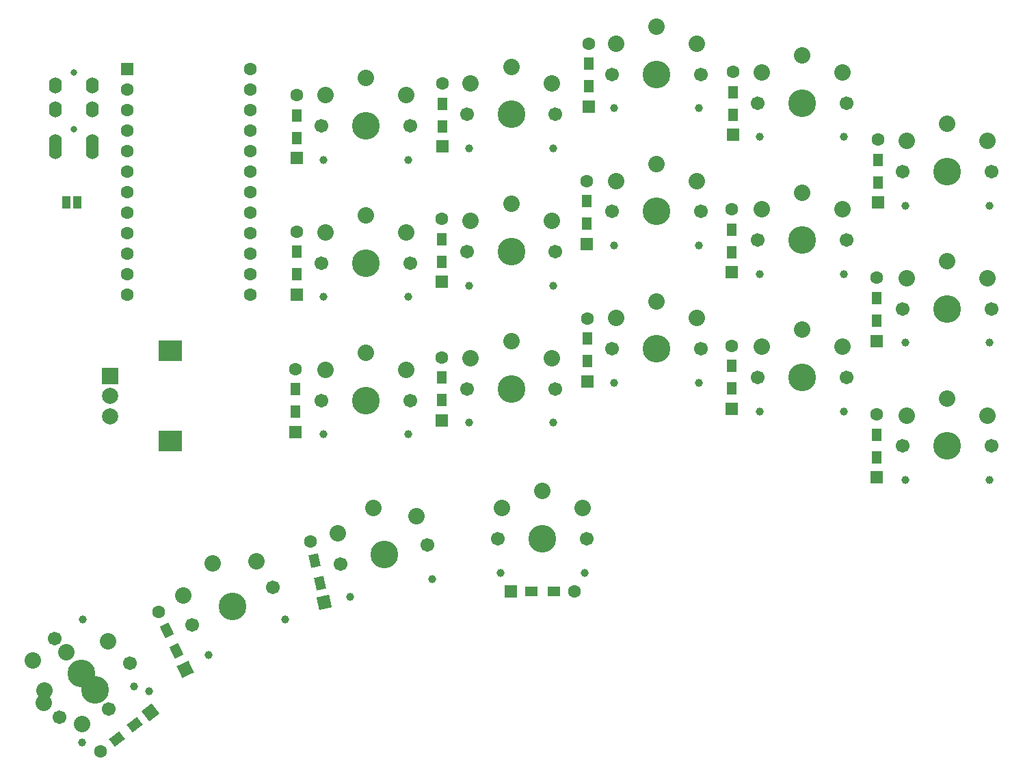
<source format=gbr>
G04 #@! TF.GenerationSoftware,KiCad,Pcbnew,7.0.2-6a45011f42~172~ubuntu20.04.1*
G04 #@! TF.CreationDate,2023-04-26T19:15:45+02:00*
G04 #@! TF.ProjectId,Pteron36v0,50746572-6f6e-4333-9676-302e6b696361,rev?*
G04 #@! TF.SameCoordinates,Original*
G04 #@! TF.FileFunction,Soldermask,Top*
G04 #@! TF.FilePolarity,Negative*
%FSLAX46Y46*%
G04 Gerber Fmt 4.6, Leading zero omitted, Abs format (unit mm)*
G04 Created by KiCad (PCBNEW 7.0.2-6a45011f42~172~ubuntu20.04.1) date 2023-04-26 19:15:45*
%MOMM*%
%LPD*%
G01*
G04 APERTURE LIST*
G04 Aperture macros list*
%AMRotRect*
0 Rectangle, with rotation*
0 The origin of the aperture is its center*
0 $1 length*
0 $2 width*
0 $3 Rotation angle, in degrees counterclockwise*
0 Add horizontal line*
21,1,$1,$2,0,0,$3*%
G04 Aperture macros list end*
%ADD10R,1.200000X1.600000*%
%ADD11R,1.600000X1.600000*%
%ADD12C,1.600000*%
%ADD13RotRect,1.600000X1.200000X282.500000*%
%ADD14RotRect,1.600000X1.600000X282.500000*%
%ADD15RotRect,1.600000X1.200000X295.000000*%
%ADD16RotRect,1.600000X1.600000X295.000000*%
%ADD17RotRect,1.600000X1.200000X37.500000*%
%ADD18RotRect,1.600000X1.600000X37.500000*%
%ADD19C,0.800000*%
%ADD20O,1.600000X2.000000*%
%ADD21C,1.701800*%
%ADD22C,0.990600*%
%ADD23C,3.429000*%
%ADD24C,2.032000*%
%ADD25R,1.000000X1.500000*%
%ADD26R,1.600000X1.200000*%
%ADD27R,2.000000X2.000000*%
%ADD28C,2.000000*%
%ADD29R,3.000000X2.500000*%
G04 APERTURE END LIST*
D10*
G04 #@! TO.C,D7*
X225407000Y-63660328D03*
D11*
X225407000Y-66160328D03*
D12*
X225407000Y-58360328D03*
D10*
X225407000Y-60860328D03*
G04 #@! TD*
G04 #@! TO.C,D8*
X225280000Y-80805328D03*
D11*
X225280000Y-83305328D03*
D12*
X225280000Y-75505328D03*
D10*
X225280000Y-78005328D03*
G04 #@! TD*
G04 #@! TO.C,D9*
X225280000Y-97696328D03*
D11*
X225280000Y-100196328D03*
D12*
X225280000Y-92396328D03*
D10*
X225280000Y-94896328D03*
G04 #@! TD*
D13*
G04 #@! TO.C,D10*
X156303015Y-113283428D03*
D14*
X156844114Y-115724168D03*
D12*
X155155886Y-108109060D03*
D13*
X155696985Y-110549800D03*
G04 #@! TD*
D10*
G04 #@! TO.C,D12*
X207441000Y-55306998D03*
D11*
X207441000Y-57806998D03*
D12*
X207441000Y-50006998D03*
D10*
X207441000Y-52506998D03*
G04 #@! TD*
G04 #@! TO.C,D13*
X207314000Y-72324998D03*
D11*
X207314000Y-74824998D03*
D12*
X207314000Y-67024998D03*
D10*
X207314000Y-69524998D03*
G04 #@! TD*
G04 #@! TO.C,D14*
X207314000Y-89215998D03*
D11*
X207314000Y-91715998D03*
D12*
X207314000Y-83915998D03*
D10*
X207314000Y-86415998D03*
G04 #@! TD*
D15*
G04 #@! TO.C,D15*
X138591666Y-121685441D03*
D16*
X139648211Y-123951210D03*
D12*
X136351789Y-116882010D03*
D15*
X137408334Y-119147779D03*
G04 #@! TD*
D10*
G04 #@! TO.C,D17*
X189602000Y-51770664D03*
D11*
X189602000Y-54270664D03*
D12*
X189602000Y-46470664D03*
D10*
X189602000Y-48970664D03*
G04 #@! TD*
G04 #@! TO.C,D18*
X189348000Y-68788664D03*
D11*
X189348000Y-71288664D03*
D12*
X189348000Y-63488664D03*
D10*
X189348000Y-65988664D03*
G04 #@! TD*
G04 #@! TO.C,D19*
X189475000Y-85806664D03*
D11*
X189475000Y-88306664D03*
D12*
X189475000Y-80506664D03*
D10*
X189475000Y-83006664D03*
G04 #@! TD*
D17*
G04 #@! TO.C,D20*
X133368495Y-130872134D03*
D18*
X135351878Y-129350230D03*
D12*
X129163722Y-134098570D03*
D17*
X131147105Y-132576666D03*
G04 #@! TD*
D10*
G04 #@! TO.C,D22*
X171509000Y-56743330D03*
D11*
X171509000Y-59243330D03*
D12*
X171509000Y-51443330D03*
D10*
X171509000Y-53943330D03*
G04 #@! TD*
G04 #@! TO.C,D23*
X171382000Y-73507330D03*
D11*
X171382000Y-76007330D03*
D12*
X171382000Y-68207330D03*
D10*
X171382000Y-70707330D03*
G04 #@! TD*
G04 #@! TO.C,D24*
X171382000Y-90652330D03*
D11*
X171382000Y-93152330D03*
D12*
X171382000Y-85352330D03*
D10*
X171382000Y-87852330D03*
G04 #@! TD*
G04 #@! TO.C,D26*
X153416000Y-58169000D03*
D11*
X153416000Y-60669000D03*
D12*
X153416000Y-52869000D03*
D10*
X153416000Y-55369000D03*
G04 #@! TD*
G04 #@! TO.C,D27*
X153416000Y-75060000D03*
D11*
X153416000Y-77560000D03*
D12*
X153416000Y-69760000D03*
D10*
X153416000Y-72260000D03*
G04 #@! TD*
D19*
G04 #@! TO.C,J1*
X125870000Y-50068980D03*
X125870000Y-57068980D03*
D20*
X123570000Y-59768980D03*
X128170000Y-58668980D03*
X128170000Y-54668980D03*
X128170000Y-51668980D03*
G04 #@! TD*
D21*
G04 #@! TO.C,SW8*
X239500000Y-79333328D03*
D22*
X239220000Y-83533328D03*
D23*
X234000000Y-79333328D03*
D22*
X228780000Y-83533328D03*
D21*
X228500000Y-79333328D03*
D24*
X234000000Y-73433328D03*
X239000000Y-75533328D03*
X229000000Y-75533328D03*
G04 #@! TD*
D21*
G04 #@! TO.C,SW9*
X239500000Y-96333328D03*
D22*
X239220000Y-100533328D03*
D23*
X234000000Y-96333328D03*
D22*
X228780000Y-100533328D03*
D21*
X228500000Y-96333328D03*
D24*
X234000000Y-90433328D03*
X239000000Y-92533328D03*
X229000000Y-92533328D03*
G04 #@! TD*
D21*
G04 #@! TO.C,SW13*
X221500000Y-70833332D03*
D22*
X221220000Y-75033332D03*
D23*
X216000000Y-70833332D03*
D22*
X210780000Y-75033332D03*
D21*
X210500000Y-70833332D03*
D24*
X216000000Y-64933332D03*
X221000000Y-67033332D03*
X211000000Y-67033332D03*
G04 #@! TD*
D21*
G04 #@! TO.C,SW14*
X221500000Y-87833332D03*
D22*
X221220000Y-92033332D03*
D23*
X216000000Y-87833332D03*
D22*
X210780000Y-92033332D03*
D21*
X210500000Y-87833332D03*
D24*
X216000000Y-81933332D03*
X221000000Y-84033332D03*
X211000000Y-84033332D03*
G04 #@! TD*
D21*
G04 #@! TO.C,SW15*
X150484693Y-113842212D03*
D22*
X152005923Y-117767037D03*
D23*
X145500000Y-116166612D03*
D22*
X142544070Y-122179172D03*
D21*
X140515307Y-118491012D03*
D24*
X143006552Y-110819396D03*
X148425590Y-110609551D03*
X139362512Y-114835734D03*
G04 #@! TD*
D21*
G04 #@! TO.C,SW20*
X132836643Y-123194612D03*
D22*
X135171302Y-126697149D03*
D23*
X128473200Y-126542800D03*
D22*
X126888694Y-133052619D03*
D21*
X124109757Y-129890988D03*
D24*
X124881508Y-121862015D03*
X130126673Y-120484250D03*
X122193140Y-126571864D03*
G04 #@! TD*
D21*
G04 #@! TO.C,SW22*
X185500000Y-55249998D03*
D22*
X185220000Y-59449998D03*
D23*
X180000000Y-55249998D03*
D22*
X174780000Y-59449998D03*
D21*
X174500000Y-55249998D03*
D24*
X180000000Y-49349998D03*
X185000000Y-51449998D03*
X175000000Y-51449998D03*
G04 #@! TD*
D21*
G04 #@! TO.C,SW23*
X185500000Y-72249998D03*
D22*
X185220000Y-76449998D03*
D23*
X180000000Y-72249998D03*
D22*
X174780000Y-76449998D03*
D21*
X174500000Y-72249998D03*
D24*
X180000000Y-66349998D03*
X185000000Y-68449998D03*
X175000000Y-68449998D03*
G04 #@! TD*
D21*
G04 #@! TO.C,SW24*
X185500000Y-89249998D03*
D22*
X185220000Y-93449998D03*
D23*
X180000000Y-89249998D03*
D22*
X174780000Y-93449998D03*
D21*
X174500000Y-89249998D03*
D24*
X180000000Y-83349998D03*
X185000000Y-85449998D03*
X175000000Y-85449998D03*
G04 #@! TD*
D21*
G04 #@! TO.C,SW26*
X167500000Y-56666664D03*
D22*
X167220000Y-60866664D03*
D23*
X162000000Y-56666664D03*
D22*
X156780000Y-60866664D03*
D21*
X156500000Y-56666664D03*
D24*
X162000000Y-50766664D03*
X167000000Y-52866664D03*
X157000000Y-52866664D03*
G04 #@! TD*
D21*
G04 #@! TO.C,SW27*
X167500000Y-73666664D03*
D22*
X167220000Y-77866664D03*
D23*
X162000000Y-73666664D03*
D22*
X156780000Y-77866664D03*
D21*
X156500000Y-73666664D03*
D24*
X162000000Y-67766664D03*
X167000000Y-69866664D03*
X157000000Y-69866664D03*
G04 #@! TD*
D21*
G04 #@! TO.C,SW28*
X167500000Y-90666664D03*
D22*
X167220000Y-94866664D03*
D23*
X162000000Y-90666664D03*
D22*
X156780000Y-94866664D03*
D21*
X156500000Y-90666664D03*
D24*
X162000000Y-84766664D03*
X167000000Y-86866664D03*
X157000000Y-86866664D03*
G04 #@! TD*
D11*
G04 #@! TO.C,U1*
X132461000Y-49657000D03*
D12*
X132461000Y-52197000D03*
X132461000Y-54737000D03*
X132461000Y-57277000D03*
X132461000Y-59817000D03*
X132461000Y-62357000D03*
X132461000Y-64897000D03*
X132461000Y-67437000D03*
X132461000Y-69977000D03*
X132461000Y-72517000D03*
X132461000Y-75057000D03*
X132461000Y-77597000D03*
X147701000Y-77597000D03*
X147701000Y-75057000D03*
X147701000Y-72517000D03*
X147701000Y-69977000D03*
X147701000Y-67437000D03*
X147701000Y-64897000D03*
X147701000Y-62357000D03*
X147701000Y-59817000D03*
X147701000Y-57277000D03*
X147701000Y-54737000D03*
X147701000Y-52197000D03*
X147701000Y-49657000D03*
G04 #@! TD*
D21*
G04 #@! TO.C,SW7*
X239500000Y-62333328D03*
D22*
X239220000Y-66533328D03*
D23*
X234000000Y-62333328D03*
D22*
X228780000Y-66533328D03*
D21*
X228500000Y-62333328D03*
D24*
X234000000Y-56433328D03*
X239000000Y-58533328D03*
X229000000Y-58533328D03*
G04 #@! TD*
D21*
G04 #@! TO.C,SW12*
X221500000Y-53833332D03*
D22*
X221220000Y-58033332D03*
D23*
X216000000Y-53833332D03*
D22*
X210780000Y-58033332D03*
D21*
X210500000Y-53833332D03*
D24*
X216000000Y-47933332D03*
X221000000Y-50033332D03*
X211000000Y-50033332D03*
G04 #@! TD*
D10*
G04 #@! TO.C,D28*
X153289000Y-92078000D03*
D11*
X153289000Y-94578000D03*
D12*
X153289000Y-86778000D03*
D10*
X153289000Y-89278000D03*
G04 #@! TD*
D21*
G04 #@! TO.C,SW17*
X203500000Y-50291667D03*
D22*
X203220000Y-54491667D03*
D23*
X198000000Y-50291667D03*
D22*
X192780000Y-54491667D03*
D21*
X192500000Y-50291667D03*
D24*
X198000000Y-44391667D03*
X203000000Y-46491667D03*
X193000000Y-46491667D03*
G04 #@! TD*
D21*
G04 #@! TO.C,SW19*
X203500000Y-84291667D03*
D22*
X203220000Y-88491667D03*
D23*
X198000000Y-84291667D03*
D22*
X192780000Y-88491667D03*
D21*
X192500000Y-84291667D03*
D24*
X198000000Y-78391667D03*
X203000000Y-80491667D03*
X193000000Y-80491667D03*
G04 #@! TD*
D21*
G04 #@! TO.C,SW18*
X203500000Y-67291667D03*
D22*
X203220000Y-71491667D03*
D23*
X198000000Y-67291667D03*
D22*
X192780000Y-71491667D03*
D21*
X192500000Y-67291667D03*
D24*
X198000000Y-61391667D03*
X203000000Y-63491667D03*
X193000000Y-63491667D03*
G04 #@! TD*
D21*
G04 #@! TO.C,SW10*
X169619628Y-108601197D03*
D22*
X170255312Y-112762243D03*
D23*
X164250000Y-109791615D03*
D22*
X160062781Y-115021873D03*
D21*
X158880372Y-110982033D03*
D24*
X162973006Y-104031469D03*
X168309010Y-104999492D03*
X158546049Y-107163888D03*
G04 #@! TD*
D21*
G04 #@! TO.C,SW2*
X189368000Y-107799000D03*
D22*
X189088000Y-111999000D03*
D23*
X183868000Y-107799000D03*
D22*
X178648000Y-111999000D03*
D21*
X178368000Y-107799000D03*
D24*
X183868000Y-101899000D03*
X188868000Y-103999000D03*
X178868000Y-103999000D03*
G04 #@! TD*
D25*
G04 #@! TO.C,JP1*
X126253000Y-66167000D03*
X124953000Y-66167000D03*
G04 #@! TD*
D26*
G04 #@! TO.C,D1*
X182496000Y-114300000D03*
D11*
X179996000Y-114300000D03*
D12*
X187796000Y-114300000D03*
D26*
X185296000Y-114300000D03*
G04 #@! TD*
D21*
G04 #@! TO.C,SW1*
X123451812Y-120136557D03*
D22*
X126954349Y-117801898D03*
D23*
X126800000Y-124500000D03*
D22*
X133309819Y-126084506D03*
D21*
X130148188Y-128863443D03*
D24*
X120741450Y-122846527D03*
X126829064Y-130780060D03*
X122119215Y-128091692D03*
G04 #@! TD*
D27*
G04 #@! TO.C,EN_1*
X130302000Y-87630000D03*
D28*
X130302000Y-92630000D03*
X130302000Y-90130000D03*
D29*
X137802000Y-84530000D03*
X137802000Y-95730000D03*
G04 #@! TD*
D19*
G04 #@! TO.C,J2*
X125870000Y-57068980D03*
X125870000Y-50068980D03*
D20*
X128170000Y-59768980D03*
X123570000Y-58668980D03*
X123570000Y-54668980D03*
X123570000Y-51668980D03*
G04 #@! TD*
M02*

</source>
